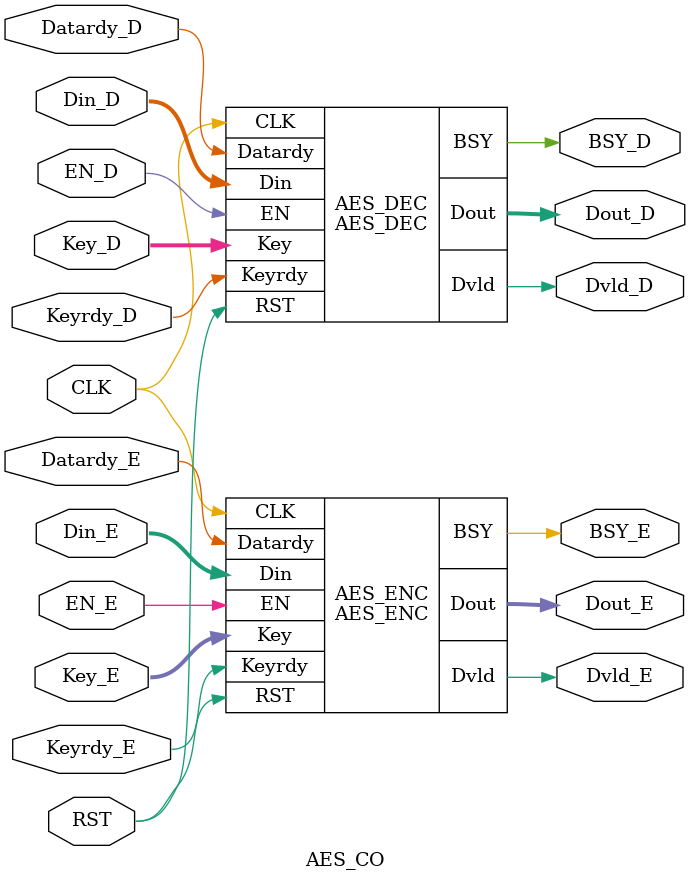
<source format=v>
`timescale 1ns/1ns

module SubBytes (
input  [31:0]x ,
output [31:0] y);
  function [7:0] S;
  input    [7:0] i;
    case (i)
      0:S=99;   1:S=124;   2:S=119;   3:S=123;   4:S=242;   5:S=107;   6:S=111;   7:S=197;
      8:S=48;   9:S=1;  10:S=103;  11:S=43;  12:S=254;  13:S=215;  14:S=171;  15:S=118;
      16:S=202;  17:S=130;  18:S=201;  19:S=125;  20:S=250;  21:S=89;  22:S=71;  23:S=240;
      24:S=173;  25:S=212;  26:S=162;  27:S=175;  28:S=156;  29:S=164;  30:S=114;  31:S=192;
      32:S=183;  33:S=253;  34:S=147;  35:S=38;  36:S=54;  37:S=63;  38:S=247;  39:S=204;
      40:S=52;  41:S=165;  42:S=229;  43:S=241;  44:S=113;  45:S=216;  46:S=49;  47:S=21;
      48:S=4;  49:S=199;  50:S=35;  51:S=195;  52:S=24;  53:S=150;  54:S=5;  55:S=154;
      56:S=7;  57:S=18;  58:S=128;  59:S=226;  60:S=235;  61:S=39;  62:S=178;  63:S=117;
      64:S=9;  65:S=131;  66:S=44;  67:S=26;  68:S=27;  69:S=110;  70:S=90;  71:S=160;
      72:S=82;  73:S=59;  74:S=214;  75:S=179;  76:S=41;  77:S=227;  78:S=47;  79:S=132;
      80:S=83;  81:S=209;  82:S=0;  83:S=237;  84:S=32;  85:S=252;  86:S=177;  87:S=91;
      88:S=106;  89:S=203;  90:S=190;  91:S=57;  92:S=74;  93:S=76;  94:S=88;  95:S=207;
      96:S=208;  97:S=239;  98:S=170;  99:S=251; 100:S=67; 101:S=77; 102:S=51; 103:S=133;
      104:S=69; 105:S=249; 106:S=2; 107:S=127; 108:S=80; 109:S=60; 110:S=159; 111:S=168;
      112:S=81; 113:S=163; 114:S=64; 115:S=143; 116:S=146; 117:S=157; 118:S=56; 119:S=245;
      120:S=188; 121:S=182; 122:S=218; 123:S=33; 124:S=16; 125:S=255; 126:S=243; 127:S=210;
      128:S=205; 129:S=12; 130:S=19; 131:S=236; 132:S=95; 133:S=151; 134:S=68; 135:S=23;
      136:S=196; 137:S=167; 138:S=126; 139:S=61; 140:S=100; 141:S=93; 142:S=25; 143:S=115;
      144:S=96; 145:S=129; 146:S=79; 147:S=220; 148:S=34; 149:S=42; 150:S=144; 151:S=136;
      152:S=70; 153:S=238; 154:S=184; 155:S=20; 156:S=222; 157:S=94; 158:S=11; 159:S=219;
      160:S=224; 161:S=50; 162:S=58; 163:S=10; 164:S=73; 165:S=6; 166:S=36; 167:S=92;
      168:S=194; 169:S=211; 170:S=172; 171:S=98; 172:S=145; 173:S=149; 174:S=228; 175:S=121;
      176:S=231; 177:S=200; 178:S=55; 179:S=109; 180:S=141; 181:S=213; 182:S=78; 183:S=169;
      184:S=108; 185:S=86; 186:S=244; 187:S=234; 188:S=101; 189:S=122; 190:S=174; 191:S=8;
      192:S=186; 193:S=120; 194:S=37; 195:S=46; 196:S=28; 197:S=166; 198:S=180; 199:S=198;
      200:S=232; 201:S=221; 202:S=116; 203:S=31; 204:S=75; 205:S=189; 206:S=139; 207:S=138;
      208:S=112; 209:S=62; 210:S=181; 211:S=102; 212:S=72; 213:S=3; 214:S=246; 215:S=14;
      216:S=97; 217:S=53; 218:S=87; 219:S=185; 220:S=134; 221:S=193; 222:S=29; 223:S=158;
      224:S=225; 225:S=248; 226:S=152; 227:S=17; 228:S=105; 229:S=217; 230:S=142; 231:S=148;
      232:S=155; 233:S=30; 234:S=135; 235:S=233; 236:S=206; 237:S=85; 238:S=40; 239:S=223;
      240:S=140; 241:S=161; 242:S=137; 243:S=13; 244:S=191; 245:S=230; 246:S=66; 247:S=104;
      248:S=65; 249:S=153; 250:S=45; 251:S=15; 252:S=176; 253:S=84; 254:S=187; 255:S=22;
    endcase
  endfunction
    assign y = {S(x[31:24]), S(x[23:16]), S(x[15: 8]), S(x[ 7: 0])};
endmodule
  
  module InvSubBytes (input  [31:0] x,
  output [31:0] y);
  function [7:0] S;
  input    [7:0] i;
    case (i)
      0:S=82;   1:S=9;   2:S=106;   3:S=213;   4:S=48;   5:S=54;   6:S=165;   7:S=56;
      8:S=191;   9:S=64;  10:S=163;  11:S=158;  12:S=129;  13:S=243;  14:S=215;  15:S=251;
      16:S=124;  17:S=227;  18:S=57;  19:S=130;  20:S=155;  21:S=47;  22:S=255;  23:S=135;
      24:S=52;  25:S=142;  26:S=67;  27:S=68;  28:S=196;  29:S=222;  30:S=233;  31:S=203;
      32:S=84;  33:S=123;  34:S=148;  35:S=50;  36:S=166;  37:S=194;  38:S=35;  39:S=61;
      40:S=238;  41:S=76;  42:S=149;  43:S=11;  44:S=66;  45:S=250;  46:S=195;  47:S=78;
      48:S=8;  49:S=46;  50:S=161;  51:S=102;  52:S=40;  53:S=217;  54:S=36;  55:S=178;
      56:S=118;  57:S=91;  58:S=162;  59:S=73;  60:S=109;  61:S=139;  62:S=209;  63:S=37;
      64:S=114;  65:S=248;  66:S=246;  67:S=100;  68:S=134;  69:S=104;  70:S=152;  71:S=22;
      72:S=212;  73:S=164;  74:S=92;  75:S=204;  76:S=93;  77:S=101;  78:S=182;  79:S=146;
      80:S=108;  81:S=112;  82:S=72;  83:S=80;  84:S=253;  85:S=237;  86:S=185;  87:S=218;
      88:S=94;  89:S=21;  90:S=70;  91:S=87;  92:S=167;  93:S=141;  94:S=157;  95:S=132;
      96:S=144;  97:S=216;  98:S=171;  99:S=0; 100:S=140; 101:S=188; 102:S=211; 103:S=10;
      104:S=247; 105:S=228; 106:S=88; 107:S=5; 108:S=184; 109:S=179; 110:S=69; 111:S=6;
      112:S=208; 113:S=44; 114:S=30; 115:S=143; 116:S=202; 117:S=63; 118:S=15; 119:S=2;
      120:S=193; 121:S=175; 122:S=189; 123:S=3; 124:S=1; 125:S=19; 126:S=138; 127:S=107;
      128:S=58; 129:S=145; 130:S=17; 131:S=65; 132:S=79; 133:S=103; 134:S=220; 135:S=234;
      136:S=151; 137:S=242; 138:S=207; 139:S=206; 140:S=240; 141:S=180; 142:S=230; 143:S=115;
      144:S=150; 145:S=172; 146:S=116; 147:S=34; 148:S=231; 149:S=173; 150:S=53; 151:S=133;
      152:S=226; 153:S=249; 154:S=55; 155:S=232; 156:S=28; 157:S=117; 158:S=223; 159:S=110;
      160:S=71; 161:S=241; 162:S=26; 163:S=113; 164:S=29; 165:S=41; 166:S=197; 167:S=137;
      168:S=111; 169:S=183; 170:S=98; 171:S=14; 172:S=170; 173:S=24; 174:S=190; 175:S=27;
      176:S=252; 177:S=86; 178:S=62; 179:S=75; 180:S=198; 181:S=210; 182:S=121; 183:S=32;
      184:S=154; 185:S=219; 186:S=192; 187:S=254; 188:S=120; 189:S=205; 190:S=90; 191:S=244;
      192:S=31; 193:S=221; 194:S=168; 195:S=51; 196:S=136; 197:S=7; 198:S=199; 199:S=49;
      200:S=177; 201:S=18; 202:S=16; 203:S=89; 204:S=39; 205:S=128; 206:S=236; 207:S=95;
      208:S=96; 209:S=81; 210:S=127; 211:S=169; 212:S=25; 213:S=181; 214:S=74; 215:S=13;
      216:S=45; 217:S=229; 218:S=122; 219:S=159; 220:S=147; 221:S=201; 222:S=156; 223:S=239;
      224:S=160; 225:S=224; 226:S=59; 227:S=77; 228:S=174; 229:S=42; 230:S=245; 231:S=176;
      232:S=200; 233:S=235; 234:S=187; 235:S=60; 236:S=131; 237:S=83; 238:S=153; 239:S=97;
      240:S=23; 241:S=43; 242:S=4; 243:S=126; 244:S=186; 245:S=119; 246:S=214; 247:S=38;
      248:S=225; 249:S=105; 250:S=20; 251:S=99; 252:S=85; 253:S=33; 254:S=12; 255:S=125; 
    endcase
  endfunction

  assign y = {S(x[31:24]), S(x[23:16]), S(x[15: 8]), S(x[ 7: 0])};
endmodule

module MixColumns(  
input  [31:0]  x,
output [31:0]  y);
  wire [7:0] a3, a2, a1, a0, b3, b2, b1, b0;
  assign a3 = x[31:24];
  assign a2 = x[23:16];
  assign a1 = x[15: 8];
  assign a0 = x[ 7: 0];
  
  assign b3 = a3 ^ a2;
  assign b2 = a2 ^ a1;
  assign b1 = a1 ^ a0;
  assign b0 = a0 ^ a3;
  
  assign y = {a2[7] ^ b1[7] ^ b3[6],
              a2[6] ^ b1[6] ^ b3[5],
              a2[5] ^ b1[5] ^ b3[4],
              a2[4] ^ b1[4] ^ b3[3] ^ b3[7],
              a2[3] ^ b1[3] ^ b3[2] ^ b3[7],
              a2[2] ^ b1[2] ^ b3[1],
              a2[1] ^ b1[1] ^ b3[0] ^ b3[7],
              a2[0] ^ b1[0] ^ b3[7],
              a3[7] ^ b1[7] ^ b2[6],
              a3[6] ^ b1[6] ^ b2[5],
              a3[5] ^ b1[5] ^ b2[4],
              a3[4] ^ b1[4] ^ b2[3] ^ b2[7],
              a3[3] ^ b1[3] ^ b2[2] ^ b2[7],
              a3[2] ^ b1[2] ^ b2[1],
              a3[1] ^ b1[1] ^ b2[0] ^ b2[7],
              a3[0] ^ b1[0] ^ b2[7],
              a0[7] ^ b3[7] ^ b1[6],
              a0[6] ^ b3[6] ^ b1[5],
              a0[5] ^ b3[5] ^ b1[4],
              a0[4] ^ b3[4] ^ b1[3] ^ b1[7],
              a0[3] ^ b3[3] ^ b1[2] ^ b1[7],
              a0[2] ^ b3[2] ^ b1[1],
              a0[1] ^ b3[1] ^ b1[0] ^ b1[7],
              a0[0] ^ b3[0] ^ b1[7],
              a1[7] ^ b3[7] ^ b0[6],
              a1[6] ^ b3[6] ^ b0[5],
              a1[5] ^ b3[5] ^ b0[4],
              a1[4] ^ b3[4] ^ b0[3] ^ b0[7],
              a1[3] ^ b3[3] ^ b0[2] ^ b0[7],
              a1[2] ^ b3[2] ^ b0[1],
              a1[1] ^ b3[1] ^ b0[0] ^ b0[7],
              a1[0] ^ b3[0] ^ b0[7]};
endmodule

module InvMixColumns(  
input  [31:0]  x,
output [31:0]  y);
  wire [7:0] a3, a2, a1, a0, b3, b2, b1, b0;
  wire [7:0] c3, c2, c1, c0, d3, d2, d1, d0;

  assign a3 = x[31:24];
  assign a2 = x[23:16];
  assign a1 = x[15: 8];
  assign a0 = x[ 7: 0];

  assign b3 = a3 ^ a2;
  assign b2 = a2 ^ a1;
  assign b1 = a1 ^ a0;
  assign b0 = a0 ^ a3;

  assign c3 = {a2[7] ^ b1[7] ^ b3[6],
               a2[6] ^ b1[6] ^ b3[5],
               a2[5] ^ b1[5] ^ b3[4],
               a2[4] ^ b1[4] ^ b3[3] ^ b3[7],
               a2[3] ^ b1[3] ^ b3[2] ^ b3[7],
               a2[2] ^ b1[2] ^ b3[1],
               a2[1] ^ b1[1] ^ b3[0] ^ b3[7],
               a2[0] ^ b1[0] ^ b3[7]};
  assign c2 = {a3[7] ^ b1[7] ^ b2[6],
               a3[6] ^ b1[6] ^ b2[5],
               a3[5] ^ b1[5] ^ b2[4],
               a3[4] ^ b1[4] ^ b2[3] ^ b2[7],
               a3[3] ^ b1[3] ^ b2[2] ^ b2[7],
               a3[2] ^ b1[2] ^ b2[1],
               a3[1] ^ b1[1] ^ b2[0] ^ b2[7],
               a3[0] ^ b1[0] ^ b2[7]};
  assign c1 = {a0[7] ^ b3[7] ^ b1[6],
               a0[6] ^ b3[6] ^ b1[5],
               a0[5] ^ b3[5] ^ b1[4],
               a0[4] ^ b3[4] ^ b1[3] ^ b1[7],
               a0[3] ^ b3[3] ^ b1[2] ^ b1[7],
               a0[2] ^ b3[2] ^ b1[1],
               a0[1] ^ b3[1] ^ b1[0] ^ b1[7],
               a0[0] ^ b3[0] ^ b1[7]};
  assign c0 = {a1[7] ^ b3[7] ^ b0[6],
               a1[6] ^ b3[6] ^ b0[5],
               a1[5] ^ b3[5] ^ b0[4],
               a1[4] ^ b3[4] ^ b0[3] ^ b0[7],
               a1[3] ^ b3[3] ^ b0[2] ^ b0[7],
               a1[2] ^ b3[2] ^ b0[1],
               a1[1] ^ b3[1] ^ b0[0] ^ b0[7],
               a1[0] ^ b3[0] ^ b0[7]};
  assign d3 = {c3[5], c3[4], c3[3] ^ c3[7], c3[2] ^ c3[7] ^ c3[6],
               c3[1] ^ c3[6], c3[0] ^ c3[7], c3[7] ^ c3[6], c3[6]};
  assign d2 = {c2[5], c2[4], c2[3] ^ c2[7], c2[2] ^ c2[7] ^ c2[6],
               c2[1] ^ c2[6], c2[0] ^ c2[7], c2[7] ^ c2[6], c2[6]};
  assign d1 = {c1[5], c1[4], c1[3] ^ c1[7], c1[2] ^ c1[7] ^ c1[6],
               c1[1] ^ c1[6], c1[0] ^ c1[7], c1[7] ^ c1[6], c1[6]};
  assign d0 = {c0[5], c0[4], c0[3] ^ c0[7], c0[2] ^ c0[7] ^ c0[6],
               c0[1] ^ c0[6], c0[0] ^ c0[7], c0[7] ^ c0[6], c0[6]};
  assign y  = {d3 ^ d1 ^ c3, d2 ^ d0 ^ c2, d3 ^ d1 ^ c1, d2 ^ d0 ^ c0};
  
endmodule


//Encryotion Core
module EncCore(
  input  [127:0] din,
  input  [127:0] kin,
  input  [9:0]   Rrg,
  output [127:0] dout,
  output [127:0] kout);

  wire   [127:0] sb, sr, mx;
  wire   [31:0]  so;

  SubBytes SB3 (din[127:96], sb[127:96]);
  SubBytes SB2 (din[ 95:64], sb[ 95:64]);
  SubBytes SB1 (din[ 63:32], sb[ 63:32]);
  SubBytes SB0 (din[ 31: 0], sb[ 31: 0]);

  assign sr = {sb[127:120], sb[ 87: 80], sb[ 47: 40], sb[  7:  0],
               sb[ 95: 88], sb[ 55: 48], sb[ 15:  8], sb[103: 96],
               sb[ 63: 56], sb[ 23: 16], sb[111:104], sb[ 71: 64],
               sb[ 31: 24], sb[119:112], sb[ 79: 72], sb[ 39: 32]};

  MixColumns MX3 (sr[127:96], mx[127:96]);
  MixColumns MX2 (sr[ 95:64], mx[ 95:64]);
  MixColumns MX1 (sr[ 63:32], mx[ 63:32]);
  MixColumns MX0 (sr[ 31: 0], mx[ 31: 0]);

  assign dout = ((Rrg[0] == 1)? sr: mx) ^ kin;

  function [7:0] rcon;
  input [9:0] x;
    casex (x)
      10'bxxxxxxxxx1: rcon = 8'h01;
      10'bxxxxxxxx1x: rcon = 8'h02;
      10'bxxxxxxx1xx: rcon = 8'h04;
      10'bxxxxxx1xxx: rcon = 8'h08;
      10'bxxxxx1xxxx: rcon = 8'h10;
      10'bxxxx1xxxxx: rcon = 8'h20;
      10'bxxx1xxxxxx: rcon = 8'h40;
      10'bxx1xxxxxxx: rcon = 8'h80;
      10'bx1xxxxxxxx: rcon = 8'h1b;
      10'b1xxxxxxxxx: rcon = 8'h36;
    endcase
  endfunction

  SubBytes SBK ({kin[23:16], kin[15:8], kin[7:0], kin[31:24]}, so);

  assign kout[127:96] = kin[127:96] ^ {so[31:24] ^ rcon(Rrg), so[23: 0]};
  assign kout[ 95:64] = kin[ 95:64] ^ kout[127:96];
  assign kout[ 63:32] = kin[ 63:32] ^ kout[ 95:64];
  assign kout[ 31: 0] = kin[ 31: 0] ^ kout[ 63:32];
endmodule


//Decryotion Core
module DecCore(
  input  [127:0] din,
  input  [127:0] kin,
  input  [9:0]   Rrg,
  output [127:0] dout,
  output [127:0] kout);
  wire   [127:0] sb, sr, mx, dx;
  wire   [31:0]  so;

  InvMixColumns MX3 (din[127:96], mx[127:96]);
  InvMixColumns MX2 (din[ 95:64], mx[ 95:64]);
  InvMixColumns MX1 (din[ 63:32], mx[ 63:32]);
  InvMixColumns MX0 (din[ 31: 0], mx[ 31: 0]);

  assign dx = (Rrg[8] == 1)? din: mx;
  assign sr = {dx[127:120], dx[ 23: 16], dx[ 47: 40], dx[ 71: 64],
               dx[ 95: 88], dx[119:112], dx[ 15:  8], dx[ 39: 32],
               dx[ 63: 56], dx[ 87: 80], dx[111:104], dx[  7:  0],
               dx[ 31: 24], dx[ 55: 48], dx[ 79: 72], dx[103: 96]};

  InvSubBytes SB3 (sr[127:96], sb[127:96]);
  InvSubBytes SB2 (sr[ 95:64], sb[ 95:64]);
  InvSubBytes SB1 (sr[ 63:32], sb[ 63:32]);
  InvSubBytes SB0 (sr[ 31: 0], sb[ 31: 0]);

  assign dout = sb ^ kin;

  function [7:0] rcon;
  input [9:0] x;
    casex (x)
      10'bxxxxxxxxx1: rcon = 8'h01;
      10'bxxxxxxxx1x: rcon = 8'h02;
      10'bxxxxxxx1xx: rcon = 8'h04;
      10'bxxxxxx1xxx: rcon = 8'h08;
      10'bxxxxx1xxxx: rcon = 8'h10;
      10'bxxxx1xxxxx: rcon = 8'h20;
      10'bxxx1xxxxxx: rcon = 8'h40;
      10'bxx1xxxxxxx: rcon = 8'h80;
      10'bx1xxxxxxxx: rcon = 8'h1b;
      10'b1xxxxxxxxx: rcon = 8'h36;
    endcase
  endfunction

  SubBytes SBK ({kout[23:16], kout[15:8], kout[7:0], kout[31:24]}, so);
  assign kout[127:96] = kin[127:96] ^ {so[31:24] ^ rcon(Rrg), so[23: 0]};
  assign kout[ 95:64] = kin[ 95:64] ^ kin[127:96];
  assign kout[ 63:32] = kin[ 63:32] ^ kin[ 95:64];
  assign kout[ 31: 0] = kin[ 31: 0] ^ kin[ 63:32];
endmodule

module AES_ENC(input  [127:0] Din, 
  input  [127:0] Key, 
  output [127:0] Dout,
  input  Datardy,         
  input  Keyrdy,         
  input  RST,        
  input  EN,           
  input  CLK,          
  output BSY,          
  output Dvld);
     
  
  reg  [127:0] Dreg;    
  reg  [127:0] Kreg;    
  reg  [127:0] KregX;   
  reg  [9:0]   Rreg;    
  reg  Dvldreg, BSYreg;
  wire [127:0] Dnext, Knext;
  
  EncCore core (Dreg, KregX, Rreg, Dnext, Knext);
  assign Dvld = Dvldreg;
  assign Dout = Dreg;
  assign BSY  = BSYreg;
  always @(posedge CLK) begin
    if (RST == 0) begin
      Rreg    <= 10'b0000000001;
      Dvldreg <= 0;
      BSYreg  <= 0;
    end
    else if (EN == 1) begin
       if (BSYreg == 0) begin
        if (Keyrdy == 1) begin
          Kreg    <= Key;
          KregX   <= Key;
          Dvldreg <= 0;
        end
        else if (Datardy == 1) begin
          Rreg    <= {Rreg[8:0], Rreg[9]};
          KregX   <= Knext;
          Dreg    <= Din ^ Kreg;
          Dvldreg <= 0;
          BSYreg  <= 1;
        end
      end
      
      else begin
        Dreg <= Dnext;
        if (Rreg[0] == 1) begin
          KregX   <= Kreg;
          Dvldreg <= 1;
          BSYreg  <= 0;
        end
        else begin
          Rreg    <= {Rreg[8:0], Rreg[9]};
          KregX   <= Knext;
        end
      end
      
    end
    
  end
endmodule




module AES_DEC(
  input  [127:0] Din,  
  input  [127:0] Key, 
  output [127:0] Dout, 
  input  Datardy,        
  input  Keyrdy,        
  input  RST,        
  input  EN,           
  input  CLK,         
  output BSY,         
  output Dvld);         
  
  reg  [127:0] Dreg;    
  reg  [127:0] Kreg;    
  reg  [127:0] KregX;   
  reg  [9:0]   Rreg;    
  reg  Dvldreg, BSYreg;
  wire [127:0] Dnext, Knext;
  
  DecCore DC (Dreg, KregX, Rreg, Dnext, Knext);
  
  assign Dvld = Dvldreg;
  assign Dout = Dreg;
  assign BSY  = BSYreg;
  
  always @(posedge CLK) begin
    if (RST == 0) begin
      Rreg    <= 10'b1000000000;
      Dvldreg <= 0;
      BSYreg  <= 0;
    end
    else if (EN == 1) begin
       if (BSYreg == 0) begin
        if (Keyrdy == 1) begin
          Kreg    <= Key;
          KregX   <= Key;
          Dvldreg <= 0;
        end
        else if (Datardy == 1) begin
          Rreg    <= {Rreg[0], Rreg[9:1]};
          KregX   <= Knext;
          Dreg    <= Din ^ Kreg;
          Dvldreg <= 0;
          BSYreg  <= 1;
        end
      end
      
      else begin
        Dreg <= Dnext;
        if (Rreg[9] == 1) begin
          KregX   <= Kreg;
          Dvldreg <= 1;
          BSYreg  <= 0;
        end
        else begin
          Rreg    <= {Rreg[0], Rreg[9:1]};
          KregX   <= Knext;
        end
      end
      
    end
    
  end
endmodule

module AES_CO(input  [127:0] Din_E, input  [127:0] Din_D, 
  input  [127:0] Key_E, input  [127:0] Key_D,
  output [127:0] Dout_E, output [127:0] Dout_D,
  input  Datardy_E, input  Datardy_D,         
  input  Keyrdy_E,  input  Keyrdy_D,         
  input  RST,    
  input  EN_E,      input  EN_D,     
  input  CLK,          
  output BSY_E,     output BSY_D,     
  output Dvld_E,    output Dvld_D);
AES_ENC AES_ENC(Din_E,Key_E,Dout_E,Datardy_E,Keyrdy_E,RST,EN_E,CLK,BSY_E,Dvld_E);
AES_DEC AES_DEC(Din_D,Key_D,Dout_D,Datardy_D,Keyrdy_D,RST,EN_D,CLK,BSY_D,Dvld_D);

endmodule

</source>
